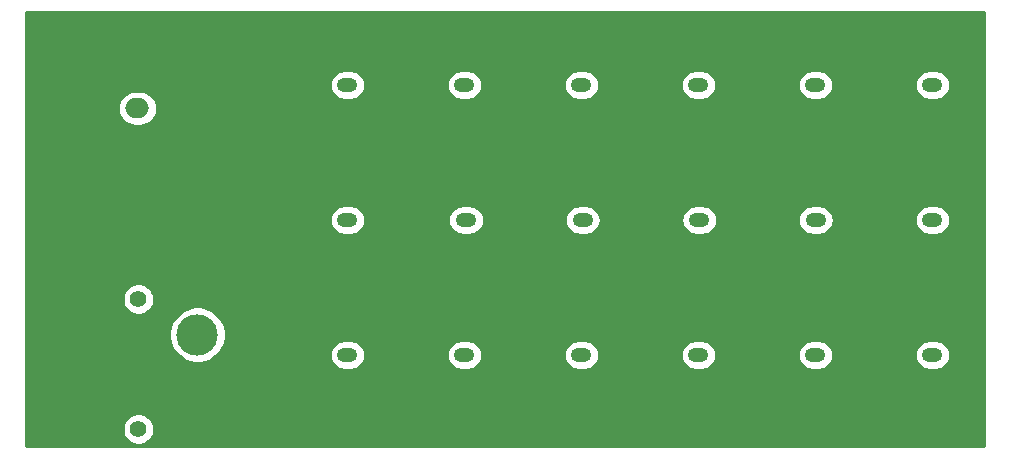
<source format=gbr>
%TF.GenerationSoftware,KiCad,Pcbnew,(5.1.9)-1*%
%TF.CreationDate,2021-10-16T11:47:39+01:00*%
%TF.ProjectId,1S-parallel-board,31532d70-6172-4616-9c6c-656c2d626f61,rev?*%
%TF.SameCoordinates,Original*%
%TF.FileFunction,Copper,L2,Bot*%
%TF.FilePolarity,Positive*%
%FSLAX46Y46*%
G04 Gerber Fmt 4.6, Leading zero omitted, Abs format (unit mm)*
G04 Created by KiCad (PCBNEW (5.1.9)-1) date 2021-10-16 11:47:39*
%MOMM*%
%LPD*%
G01*
G04 APERTURE LIST*
%TA.AperFunction,ComponentPad*%
%ADD10O,2.000000X1.700000*%
%TD*%
%TA.AperFunction,ComponentPad*%
%ADD11O,1.750000X1.200000*%
%TD*%
%TA.AperFunction,ComponentPad*%
%ADD12C,3.500000*%
%TD*%
%TA.AperFunction,ComponentPad*%
%ADD13R,3.500000X3.500000*%
%TD*%
%TA.AperFunction,ComponentPad*%
%ADD14C,1.400000*%
%TD*%
%TA.AperFunction,Conductor*%
%ADD15C,0.254000*%
%TD*%
%TA.AperFunction,Conductor*%
%ADD16C,0.100000*%
%TD*%
G04 APERTURE END LIST*
D10*
%TO.P,J20,2*%
%TO.N,VCC*%
X86360000Y-102830000D03*
%TO.P,J20,1*%
%TO.N,GND*%
%TA.AperFunction,ComponentPad*%
G36*
G01*
X85610000Y-99480000D02*
X87110000Y-99480000D01*
G75*
G02*
X87360000Y-99730000I0J-250000D01*
G01*
X87360000Y-100930000D01*
G75*
G02*
X87110000Y-101180000I-250000J0D01*
G01*
X85610000Y-101180000D01*
G75*
G02*
X85360000Y-100930000I0J250000D01*
G01*
X85360000Y-99730000D01*
G75*
G02*
X85610000Y-99480000I250000J0D01*
G01*
G37*
%TD.AperFunction*%
%TD*%
D11*
%TO.P,J18,2*%
%TO.N,VCC*%
X133858000Y-123730000D03*
%TO.P,J18,1*%
%TO.N,GND*%
%TA.AperFunction,ComponentPad*%
G36*
G01*
X134483001Y-126330000D02*
X133232999Y-126330000D01*
G75*
G02*
X132983000Y-126080001I0J249999D01*
G01*
X132983000Y-125379999D01*
G75*
G02*
X133232999Y-125130000I249999J0D01*
G01*
X134483001Y-125130000D01*
G75*
G02*
X134733000Y-125379999I0J-249999D01*
G01*
X134733000Y-126080001D01*
G75*
G02*
X134483001Y-126330000I-249999J0D01*
G01*
G37*
%TD.AperFunction*%
%TD*%
%TO.P,J17,2*%
%TO.N,VCC*%
X153670000Y-123730000D03*
%TO.P,J17,1*%
%TO.N,GND*%
%TA.AperFunction,ComponentPad*%
G36*
G01*
X154295001Y-126330000D02*
X153044999Y-126330000D01*
G75*
G02*
X152795000Y-126080001I0J249999D01*
G01*
X152795000Y-125379999D01*
G75*
G02*
X153044999Y-125130000I249999J0D01*
G01*
X154295001Y-125130000D01*
G75*
G02*
X154545000Y-125379999I0J-249999D01*
G01*
X154545000Y-126080001D01*
G75*
G02*
X154295001Y-126330000I-249999J0D01*
G01*
G37*
%TD.AperFunction*%
%TD*%
%TO.P,J16,2*%
%TO.N,VCC*%
X143764000Y-123730000D03*
%TO.P,J16,1*%
%TO.N,GND*%
%TA.AperFunction,ComponentPad*%
G36*
G01*
X144389001Y-126330000D02*
X143138999Y-126330000D01*
G75*
G02*
X142889000Y-126080001I0J249999D01*
G01*
X142889000Y-125379999D01*
G75*
G02*
X143138999Y-125130000I249999J0D01*
G01*
X144389001Y-125130000D01*
G75*
G02*
X144639000Y-125379999I0J-249999D01*
G01*
X144639000Y-126080001D01*
G75*
G02*
X144389001Y-126330000I-249999J0D01*
G01*
G37*
%TD.AperFunction*%
%TD*%
%TO.P,J15,2*%
%TO.N,VCC*%
X123952000Y-123730000D03*
%TO.P,J15,1*%
%TO.N,GND*%
%TA.AperFunction,ComponentPad*%
G36*
G01*
X124577001Y-126330000D02*
X123326999Y-126330000D01*
G75*
G02*
X123077000Y-126080001I0J249999D01*
G01*
X123077000Y-125379999D01*
G75*
G02*
X123326999Y-125130000I249999J0D01*
G01*
X124577001Y-125130000D01*
G75*
G02*
X124827000Y-125379999I0J-249999D01*
G01*
X124827000Y-126080001D01*
G75*
G02*
X124577001Y-126330000I-249999J0D01*
G01*
G37*
%TD.AperFunction*%
%TD*%
%TO.P,J14,2*%
%TO.N,VCC*%
X114046000Y-123730000D03*
%TO.P,J14,1*%
%TO.N,GND*%
%TA.AperFunction,ComponentPad*%
G36*
G01*
X114671001Y-126330000D02*
X113420999Y-126330000D01*
G75*
G02*
X113171000Y-126080001I0J249999D01*
G01*
X113171000Y-125379999D01*
G75*
G02*
X113420999Y-125130000I249999J0D01*
G01*
X114671001Y-125130000D01*
G75*
G02*
X114921000Y-125379999I0J-249999D01*
G01*
X114921000Y-126080001D01*
G75*
G02*
X114671001Y-126330000I-249999J0D01*
G01*
G37*
%TD.AperFunction*%
%TD*%
%TO.P,J13,2*%
%TO.N,VCC*%
X104140000Y-123730000D03*
%TO.P,J13,1*%
%TO.N,GND*%
%TA.AperFunction,ComponentPad*%
G36*
G01*
X104765001Y-126330000D02*
X103514999Y-126330000D01*
G75*
G02*
X103265000Y-126080001I0J249999D01*
G01*
X103265000Y-125379999D01*
G75*
G02*
X103514999Y-125130000I249999J0D01*
G01*
X104765001Y-125130000D01*
G75*
G02*
X105015000Y-125379999I0J-249999D01*
G01*
X105015000Y-126080001D01*
G75*
G02*
X104765001Y-126330000I-249999J0D01*
G01*
G37*
%TD.AperFunction*%
%TD*%
%TO.P,J12,2*%
%TO.N,VCC*%
X153670000Y-112300000D03*
%TO.P,J12,1*%
%TO.N,GND*%
%TA.AperFunction,ComponentPad*%
G36*
G01*
X154295001Y-114900000D02*
X153044999Y-114900000D01*
G75*
G02*
X152795000Y-114650001I0J249999D01*
G01*
X152795000Y-113949999D01*
G75*
G02*
X153044999Y-113700000I249999J0D01*
G01*
X154295001Y-113700000D01*
G75*
G02*
X154545000Y-113949999I0J-249999D01*
G01*
X154545000Y-114650001D01*
G75*
G02*
X154295001Y-114900000I-249999J0D01*
G01*
G37*
%TD.AperFunction*%
%TD*%
%TO.P,J11,2*%
%TO.N,VCC*%
X143798000Y-112300000D03*
%TO.P,J11,1*%
%TO.N,GND*%
%TA.AperFunction,ComponentPad*%
G36*
G01*
X144423001Y-114900000D02*
X143172999Y-114900000D01*
G75*
G02*
X142923000Y-114650001I0J249999D01*
G01*
X142923000Y-113949999D01*
G75*
G02*
X143172999Y-113700000I249999J0D01*
G01*
X144423001Y-113700000D01*
G75*
G02*
X144673000Y-113949999I0J-249999D01*
G01*
X144673000Y-114650001D01*
G75*
G02*
X144423001Y-114900000I-249999J0D01*
G01*
G37*
%TD.AperFunction*%
%TD*%
%TO.P,J10,2*%
%TO.N,VCC*%
X133926000Y-112300000D03*
%TO.P,J10,1*%
%TO.N,GND*%
%TA.AperFunction,ComponentPad*%
G36*
G01*
X134551001Y-114900000D02*
X133300999Y-114900000D01*
G75*
G02*
X133051000Y-114650001I0J249999D01*
G01*
X133051000Y-113949999D01*
G75*
G02*
X133300999Y-113700000I249999J0D01*
G01*
X134551001Y-113700000D01*
G75*
G02*
X134801000Y-113949999I0J-249999D01*
G01*
X134801000Y-114650001D01*
G75*
G02*
X134551001Y-114900000I-249999J0D01*
G01*
G37*
%TD.AperFunction*%
%TD*%
%TO.P,J9,2*%
%TO.N,VCC*%
X124054000Y-112300000D03*
%TO.P,J9,1*%
%TO.N,GND*%
%TA.AperFunction,ComponentPad*%
G36*
G01*
X124679001Y-114900000D02*
X123428999Y-114900000D01*
G75*
G02*
X123179000Y-114650001I0J249999D01*
G01*
X123179000Y-113949999D01*
G75*
G02*
X123428999Y-113700000I249999J0D01*
G01*
X124679001Y-113700000D01*
G75*
G02*
X124929000Y-113949999I0J-249999D01*
G01*
X124929000Y-114650001D01*
G75*
G02*
X124679001Y-114900000I-249999J0D01*
G01*
G37*
%TD.AperFunction*%
%TD*%
%TO.P,J8,2*%
%TO.N,VCC*%
X114182000Y-112300000D03*
%TO.P,J8,1*%
%TO.N,GND*%
%TA.AperFunction,ComponentPad*%
G36*
G01*
X114807001Y-114900000D02*
X113556999Y-114900000D01*
G75*
G02*
X113307000Y-114650001I0J249999D01*
G01*
X113307000Y-113949999D01*
G75*
G02*
X113556999Y-113700000I249999J0D01*
G01*
X114807001Y-113700000D01*
G75*
G02*
X115057000Y-113949999I0J-249999D01*
G01*
X115057000Y-114650001D01*
G75*
G02*
X114807001Y-114900000I-249999J0D01*
G01*
G37*
%TD.AperFunction*%
%TD*%
%TO.P,J7,2*%
%TO.N,VCC*%
X104140000Y-112300000D03*
%TO.P,J7,1*%
%TO.N,GND*%
%TA.AperFunction,ComponentPad*%
G36*
G01*
X104765001Y-114900000D02*
X103514999Y-114900000D01*
G75*
G02*
X103265000Y-114650001I0J249999D01*
G01*
X103265000Y-113949999D01*
G75*
G02*
X103514999Y-113700000I249999J0D01*
G01*
X104765001Y-113700000D01*
G75*
G02*
X105015000Y-113949999I0J-249999D01*
G01*
X105015000Y-114650001D01*
G75*
G02*
X104765001Y-114900000I-249999J0D01*
G01*
G37*
%TD.AperFunction*%
%TD*%
%TO.P,J6,2*%
%TO.N,VCC*%
X153670000Y-100870000D03*
%TO.P,J6,1*%
%TO.N,GND*%
%TA.AperFunction,ComponentPad*%
G36*
G01*
X154295001Y-103470000D02*
X153044999Y-103470000D01*
G75*
G02*
X152795000Y-103220001I0J249999D01*
G01*
X152795000Y-102519999D01*
G75*
G02*
X153044999Y-102270000I249999J0D01*
G01*
X154295001Y-102270000D01*
G75*
G02*
X154545000Y-102519999I0J-249999D01*
G01*
X154545000Y-103220001D01*
G75*
G02*
X154295001Y-103470000I-249999J0D01*
G01*
G37*
%TD.AperFunction*%
%TD*%
%TO.P,J5,2*%
%TO.N,VCC*%
X143764000Y-100870000D03*
%TO.P,J5,1*%
%TO.N,GND*%
%TA.AperFunction,ComponentPad*%
G36*
G01*
X144389001Y-103470000D02*
X143138999Y-103470000D01*
G75*
G02*
X142889000Y-103220001I0J249999D01*
G01*
X142889000Y-102519999D01*
G75*
G02*
X143138999Y-102270000I249999J0D01*
G01*
X144389001Y-102270000D01*
G75*
G02*
X144639000Y-102519999I0J-249999D01*
G01*
X144639000Y-103220001D01*
G75*
G02*
X144389001Y-103470000I-249999J0D01*
G01*
G37*
%TD.AperFunction*%
%TD*%
%TO.P,J4,2*%
%TO.N,VCC*%
X133858000Y-100870000D03*
%TO.P,J4,1*%
%TO.N,GND*%
%TA.AperFunction,ComponentPad*%
G36*
G01*
X134483001Y-103470000D02*
X133232999Y-103470000D01*
G75*
G02*
X132983000Y-103220001I0J249999D01*
G01*
X132983000Y-102519999D01*
G75*
G02*
X133232999Y-102270000I249999J0D01*
G01*
X134483001Y-102270000D01*
G75*
G02*
X134733000Y-102519999I0J-249999D01*
G01*
X134733000Y-103220001D01*
G75*
G02*
X134483001Y-103470000I-249999J0D01*
G01*
G37*
%TD.AperFunction*%
%TD*%
%TO.P,J3,2*%
%TO.N,VCC*%
X123952000Y-100870000D03*
%TO.P,J3,1*%
%TO.N,GND*%
%TA.AperFunction,ComponentPad*%
G36*
G01*
X124577001Y-103470000D02*
X123326999Y-103470000D01*
G75*
G02*
X123077000Y-103220001I0J249999D01*
G01*
X123077000Y-102519999D01*
G75*
G02*
X123326999Y-102270000I249999J0D01*
G01*
X124577001Y-102270000D01*
G75*
G02*
X124827000Y-102519999I0J-249999D01*
G01*
X124827000Y-103220001D01*
G75*
G02*
X124577001Y-103470000I-249999J0D01*
G01*
G37*
%TD.AperFunction*%
%TD*%
%TO.P,J2,2*%
%TO.N,VCC*%
X114046000Y-100870000D03*
%TO.P,J2,1*%
%TO.N,GND*%
%TA.AperFunction,ComponentPad*%
G36*
G01*
X114671001Y-103470000D02*
X113420999Y-103470000D01*
G75*
G02*
X113171000Y-103220001I0J249999D01*
G01*
X113171000Y-102519999D01*
G75*
G02*
X113420999Y-102270000I249999J0D01*
G01*
X114671001Y-102270000D01*
G75*
G02*
X114921000Y-102519999I0J-249999D01*
G01*
X114921000Y-103220001D01*
G75*
G02*
X114671001Y-103470000I-249999J0D01*
G01*
G37*
%TD.AperFunction*%
%TD*%
%TO.P,J1,2*%
%TO.N,VCC*%
X104140000Y-100870000D03*
%TO.P,J1,1*%
%TO.N,GND*%
%TA.AperFunction,ComponentPad*%
G36*
G01*
X104765001Y-103470000D02*
X103514999Y-103470000D01*
G75*
G02*
X103265000Y-103220001I0J249999D01*
G01*
X103265000Y-102519999D01*
G75*
G02*
X103514999Y-102270000I249999J0D01*
G01*
X104765001Y-102270000D01*
G75*
G02*
X105015000Y-102519999I0J-249999D01*
G01*
X105015000Y-103220001D01*
G75*
G02*
X104765001Y-103470000I-249999J0D01*
G01*
G37*
%TD.AperFunction*%
%TD*%
D12*
%TO.P,J19,2*%
%TO.N,VCC*%
X91440000Y-122000000D03*
D13*
%TO.P,J19,1*%
%TO.N,GND*%
X91440000Y-127000000D03*
D14*
%TO.P,J19,*%
%TO.N,*%
X86440000Y-119000000D03*
X86440000Y-130000000D03*
%TD*%
D15*
%TO.N,GND*%
X158065001Y-131395000D02*
X76885000Y-131395000D01*
X76885000Y-129868514D01*
X85105000Y-129868514D01*
X85105000Y-130131486D01*
X85156304Y-130389405D01*
X85256939Y-130632359D01*
X85403038Y-130851013D01*
X85588987Y-131036962D01*
X85807641Y-131183061D01*
X86050595Y-131283696D01*
X86308514Y-131335000D01*
X86571486Y-131335000D01*
X86829405Y-131283696D01*
X87072359Y-131183061D01*
X87291013Y-131036962D01*
X87476962Y-130851013D01*
X87623061Y-130632359D01*
X87723696Y-130389405D01*
X87775000Y-130131486D01*
X87775000Y-129868514D01*
X87723696Y-129610595D01*
X87623061Y-129367641D01*
X87476962Y-129148987D01*
X87291013Y-128963038D01*
X87072359Y-128816939D01*
X86829405Y-128716304D01*
X86571486Y-128665000D01*
X86308514Y-128665000D01*
X86050595Y-128716304D01*
X85807641Y-128816939D01*
X85588987Y-128963038D01*
X85403038Y-129148987D01*
X85256939Y-129367641D01*
X85156304Y-129610595D01*
X85105000Y-129868514D01*
X76885000Y-129868514D01*
X76885000Y-121765098D01*
X89055000Y-121765098D01*
X89055000Y-122234902D01*
X89146654Y-122695679D01*
X89326440Y-123129721D01*
X89587450Y-123520349D01*
X89919651Y-123852550D01*
X90310279Y-124113560D01*
X90744321Y-124293346D01*
X91205098Y-124385000D01*
X91674902Y-124385000D01*
X92135679Y-124293346D01*
X92569721Y-124113560D01*
X92960349Y-123852550D01*
X93082899Y-123730000D01*
X102624025Y-123730000D01*
X102647870Y-123972102D01*
X102718489Y-124204901D01*
X102833167Y-124419449D01*
X102987498Y-124607502D01*
X103175551Y-124761833D01*
X103390099Y-124876511D01*
X103622898Y-124947130D01*
X103804335Y-124965000D01*
X104475665Y-124965000D01*
X104657102Y-124947130D01*
X104889901Y-124876511D01*
X105104449Y-124761833D01*
X105292502Y-124607502D01*
X105446833Y-124419449D01*
X105561511Y-124204901D01*
X105632130Y-123972102D01*
X105655975Y-123730000D01*
X112530025Y-123730000D01*
X112553870Y-123972102D01*
X112624489Y-124204901D01*
X112739167Y-124419449D01*
X112893498Y-124607502D01*
X113081551Y-124761833D01*
X113296099Y-124876511D01*
X113528898Y-124947130D01*
X113710335Y-124965000D01*
X114381665Y-124965000D01*
X114563102Y-124947130D01*
X114795901Y-124876511D01*
X115010449Y-124761833D01*
X115198502Y-124607502D01*
X115352833Y-124419449D01*
X115467511Y-124204901D01*
X115538130Y-123972102D01*
X115561975Y-123730000D01*
X122436025Y-123730000D01*
X122459870Y-123972102D01*
X122530489Y-124204901D01*
X122645167Y-124419449D01*
X122799498Y-124607502D01*
X122987551Y-124761833D01*
X123202099Y-124876511D01*
X123434898Y-124947130D01*
X123616335Y-124965000D01*
X124287665Y-124965000D01*
X124469102Y-124947130D01*
X124701901Y-124876511D01*
X124916449Y-124761833D01*
X125104502Y-124607502D01*
X125258833Y-124419449D01*
X125373511Y-124204901D01*
X125444130Y-123972102D01*
X125467975Y-123730000D01*
X132342025Y-123730000D01*
X132365870Y-123972102D01*
X132436489Y-124204901D01*
X132551167Y-124419449D01*
X132705498Y-124607502D01*
X132893551Y-124761833D01*
X133108099Y-124876511D01*
X133340898Y-124947130D01*
X133522335Y-124965000D01*
X134193665Y-124965000D01*
X134375102Y-124947130D01*
X134607901Y-124876511D01*
X134822449Y-124761833D01*
X135010502Y-124607502D01*
X135164833Y-124419449D01*
X135279511Y-124204901D01*
X135350130Y-123972102D01*
X135373975Y-123730000D01*
X142248025Y-123730000D01*
X142271870Y-123972102D01*
X142342489Y-124204901D01*
X142457167Y-124419449D01*
X142611498Y-124607502D01*
X142799551Y-124761833D01*
X143014099Y-124876511D01*
X143246898Y-124947130D01*
X143428335Y-124965000D01*
X144099665Y-124965000D01*
X144281102Y-124947130D01*
X144513901Y-124876511D01*
X144728449Y-124761833D01*
X144916502Y-124607502D01*
X145070833Y-124419449D01*
X145185511Y-124204901D01*
X145256130Y-123972102D01*
X145279975Y-123730000D01*
X152154025Y-123730000D01*
X152177870Y-123972102D01*
X152248489Y-124204901D01*
X152363167Y-124419449D01*
X152517498Y-124607502D01*
X152705551Y-124761833D01*
X152920099Y-124876511D01*
X153152898Y-124947130D01*
X153334335Y-124965000D01*
X154005665Y-124965000D01*
X154187102Y-124947130D01*
X154419901Y-124876511D01*
X154634449Y-124761833D01*
X154822502Y-124607502D01*
X154976833Y-124419449D01*
X155091511Y-124204901D01*
X155162130Y-123972102D01*
X155185975Y-123730000D01*
X155162130Y-123487898D01*
X155091511Y-123255099D01*
X154976833Y-123040551D01*
X154822502Y-122852498D01*
X154634449Y-122698167D01*
X154419901Y-122583489D01*
X154187102Y-122512870D01*
X154005665Y-122495000D01*
X153334335Y-122495000D01*
X153152898Y-122512870D01*
X152920099Y-122583489D01*
X152705551Y-122698167D01*
X152517498Y-122852498D01*
X152363167Y-123040551D01*
X152248489Y-123255099D01*
X152177870Y-123487898D01*
X152154025Y-123730000D01*
X145279975Y-123730000D01*
X145256130Y-123487898D01*
X145185511Y-123255099D01*
X145070833Y-123040551D01*
X144916502Y-122852498D01*
X144728449Y-122698167D01*
X144513901Y-122583489D01*
X144281102Y-122512870D01*
X144099665Y-122495000D01*
X143428335Y-122495000D01*
X143246898Y-122512870D01*
X143014099Y-122583489D01*
X142799551Y-122698167D01*
X142611498Y-122852498D01*
X142457167Y-123040551D01*
X142342489Y-123255099D01*
X142271870Y-123487898D01*
X142248025Y-123730000D01*
X135373975Y-123730000D01*
X135350130Y-123487898D01*
X135279511Y-123255099D01*
X135164833Y-123040551D01*
X135010502Y-122852498D01*
X134822449Y-122698167D01*
X134607901Y-122583489D01*
X134375102Y-122512870D01*
X134193665Y-122495000D01*
X133522335Y-122495000D01*
X133340898Y-122512870D01*
X133108099Y-122583489D01*
X132893551Y-122698167D01*
X132705498Y-122852498D01*
X132551167Y-123040551D01*
X132436489Y-123255099D01*
X132365870Y-123487898D01*
X132342025Y-123730000D01*
X125467975Y-123730000D01*
X125444130Y-123487898D01*
X125373511Y-123255099D01*
X125258833Y-123040551D01*
X125104502Y-122852498D01*
X124916449Y-122698167D01*
X124701901Y-122583489D01*
X124469102Y-122512870D01*
X124287665Y-122495000D01*
X123616335Y-122495000D01*
X123434898Y-122512870D01*
X123202099Y-122583489D01*
X122987551Y-122698167D01*
X122799498Y-122852498D01*
X122645167Y-123040551D01*
X122530489Y-123255099D01*
X122459870Y-123487898D01*
X122436025Y-123730000D01*
X115561975Y-123730000D01*
X115538130Y-123487898D01*
X115467511Y-123255099D01*
X115352833Y-123040551D01*
X115198502Y-122852498D01*
X115010449Y-122698167D01*
X114795901Y-122583489D01*
X114563102Y-122512870D01*
X114381665Y-122495000D01*
X113710335Y-122495000D01*
X113528898Y-122512870D01*
X113296099Y-122583489D01*
X113081551Y-122698167D01*
X112893498Y-122852498D01*
X112739167Y-123040551D01*
X112624489Y-123255099D01*
X112553870Y-123487898D01*
X112530025Y-123730000D01*
X105655975Y-123730000D01*
X105632130Y-123487898D01*
X105561511Y-123255099D01*
X105446833Y-123040551D01*
X105292502Y-122852498D01*
X105104449Y-122698167D01*
X104889901Y-122583489D01*
X104657102Y-122512870D01*
X104475665Y-122495000D01*
X103804335Y-122495000D01*
X103622898Y-122512870D01*
X103390099Y-122583489D01*
X103175551Y-122698167D01*
X102987498Y-122852498D01*
X102833167Y-123040551D01*
X102718489Y-123255099D01*
X102647870Y-123487898D01*
X102624025Y-123730000D01*
X93082899Y-123730000D01*
X93292550Y-123520349D01*
X93553560Y-123129721D01*
X93733346Y-122695679D01*
X93825000Y-122234902D01*
X93825000Y-121765098D01*
X93733346Y-121304321D01*
X93553560Y-120870279D01*
X93292550Y-120479651D01*
X92960349Y-120147450D01*
X92569721Y-119886440D01*
X92135679Y-119706654D01*
X91674902Y-119615000D01*
X91205098Y-119615000D01*
X90744321Y-119706654D01*
X90310279Y-119886440D01*
X89919651Y-120147450D01*
X89587450Y-120479651D01*
X89326440Y-120870279D01*
X89146654Y-121304321D01*
X89055000Y-121765098D01*
X76885000Y-121765098D01*
X76885000Y-118868514D01*
X85105000Y-118868514D01*
X85105000Y-119131486D01*
X85156304Y-119389405D01*
X85256939Y-119632359D01*
X85403038Y-119851013D01*
X85588987Y-120036962D01*
X85807641Y-120183061D01*
X86050595Y-120283696D01*
X86308514Y-120335000D01*
X86571486Y-120335000D01*
X86829405Y-120283696D01*
X87072359Y-120183061D01*
X87291013Y-120036962D01*
X87476962Y-119851013D01*
X87623061Y-119632359D01*
X87723696Y-119389405D01*
X87775000Y-119131486D01*
X87775000Y-118868514D01*
X87723696Y-118610595D01*
X87623061Y-118367641D01*
X87476962Y-118148987D01*
X87291013Y-117963038D01*
X87072359Y-117816939D01*
X86829405Y-117716304D01*
X86571486Y-117665000D01*
X86308514Y-117665000D01*
X86050595Y-117716304D01*
X85807641Y-117816939D01*
X85588987Y-117963038D01*
X85403038Y-118148987D01*
X85256939Y-118367641D01*
X85156304Y-118610595D01*
X85105000Y-118868514D01*
X76885000Y-118868514D01*
X76885000Y-112300000D01*
X102624025Y-112300000D01*
X102647870Y-112542102D01*
X102718489Y-112774901D01*
X102833167Y-112989449D01*
X102987498Y-113177502D01*
X103175551Y-113331833D01*
X103390099Y-113446511D01*
X103622898Y-113517130D01*
X103804335Y-113535000D01*
X104475665Y-113535000D01*
X104657102Y-113517130D01*
X104889901Y-113446511D01*
X105104449Y-113331833D01*
X105292502Y-113177502D01*
X105446833Y-112989449D01*
X105561511Y-112774901D01*
X105632130Y-112542102D01*
X105655975Y-112300000D01*
X112666025Y-112300000D01*
X112689870Y-112542102D01*
X112760489Y-112774901D01*
X112875167Y-112989449D01*
X113029498Y-113177502D01*
X113217551Y-113331833D01*
X113432099Y-113446511D01*
X113664898Y-113517130D01*
X113846335Y-113535000D01*
X114517665Y-113535000D01*
X114699102Y-113517130D01*
X114931901Y-113446511D01*
X115146449Y-113331833D01*
X115334502Y-113177502D01*
X115488833Y-112989449D01*
X115603511Y-112774901D01*
X115674130Y-112542102D01*
X115697975Y-112300000D01*
X122538025Y-112300000D01*
X122561870Y-112542102D01*
X122632489Y-112774901D01*
X122747167Y-112989449D01*
X122901498Y-113177502D01*
X123089551Y-113331833D01*
X123304099Y-113446511D01*
X123536898Y-113517130D01*
X123718335Y-113535000D01*
X124389665Y-113535000D01*
X124571102Y-113517130D01*
X124803901Y-113446511D01*
X125018449Y-113331833D01*
X125206502Y-113177502D01*
X125360833Y-112989449D01*
X125475511Y-112774901D01*
X125546130Y-112542102D01*
X125569975Y-112300000D01*
X132410025Y-112300000D01*
X132433870Y-112542102D01*
X132504489Y-112774901D01*
X132619167Y-112989449D01*
X132773498Y-113177502D01*
X132961551Y-113331833D01*
X133176099Y-113446511D01*
X133408898Y-113517130D01*
X133590335Y-113535000D01*
X134261665Y-113535000D01*
X134443102Y-113517130D01*
X134675901Y-113446511D01*
X134890449Y-113331833D01*
X135078502Y-113177502D01*
X135232833Y-112989449D01*
X135347511Y-112774901D01*
X135418130Y-112542102D01*
X135441975Y-112300000D01*
X142282025Y-112300000D01*
X142305870Y-112542102D01*
X142376489Y-112774901D01*
X142491167Y-112989449D01*
X142645498Y-113177502D01*
X142833551Y-113331833D01*
X143048099Y-113446511D01*
X143280898Y-113517130D01*
X143462335Y-113535000D01*
X144133665Y-113535000D01*
X144315102Y-113517130D01*
X144547901Y-113446511D01*
X144762449Y-113331833D01*
X144950502Y-113177502D01*
X145104833Y-112989449D01*
X145219511Y-112774901D01*
X145290130Y-112542102D01*
X145313975Y-112300000D01*
X152154025Y-112300000D01*
X152177870Y-112542102D01*
X152248489Y-112774901D01*
X152363167Y-112989449D01*
X152517498Y-113177502D01*
X152705551Y-113331833D01*
X152920099Y-113446511D01*
X153152898Y-113517130D01*
X153334335Y-113535000D01*
X154005665Y-113535000D01*
X154187102Y-113517130D01*
X154419901Y-113446511D01*
X154634449Y-113331833D01*
X154822502Y-113177502D01*
X154976833Y-112989449D01*
X155091511Y-112774901D01*
X155162130Y-112542102D01*
X155185975Y-112300000D01*
X155162130Y-112057898D01*
X155091511Y-111825099D01*
X154976833Y-111610551D01*
X154822502Y-111422498D01*
X154634449Y-111268167D01*
X154419901Y-111153489D01*
X154187102Y-111082870D01*
X154005665Y-111065000D01*
X153334335Y-111065000D01*
X153152898Y-111082870D01*
X152920099Y-111153489D01*
X152705551Y-111268167D01*
X152517498Y-111422498D01*
X152363167Y-111610551D01*
X152248489Y-111825099D01*
X152177870Y-112057898D01*
X152154025Y-112300000D01*
X145313975Y-112300000D01*
X145290130Y-112057898D01*
X145219511Y-111825099D01*
X145104833Y-111610551D01*
X144950502Y-111422498D01*
X144762449Y-111268167D01*
X144547901Y-111153489D01*
X144315102Y-111082870D01*
X144133665Y-111065000D01*
X143462335Y-111065000D01*
X143280898Y-111082870D01*
X143048099Y-111153489D01*
X142833551Y-111268167D01*
X142645498Y-111422498D01*
X142491167Y-111610551D01*
X142376489Y-111825099D01*
X142305870Y-112057898D01*
X142282025Y-112300000D01*
X135441975Y-112300000D01*
X135418130Y-112057898D01*
X135347511Y-111825099D01*
X135232833Y-111610551D01*
X135078502Y-111422498D01*
X134890449Y-111268167D01*
X134675901Y-111153489D01*
X134443102Y-111082870D01*
X134261665Y-111065000D01*
X133590335Y-111065000D01*
X133408898Y-111082870D01*
X133176099Y-111153489D01*
X132961551Y-111268167D01*
X132773498Y-111422498D01*
X132619167Y-111610551D01*
X132504489Y-111825099D01*
X132433870Y-112057898D01*
X132410025Y-112300000D01*
X125569975Y-112300000D01*
X125546130Y-112057898D01*
X125475511Y-111825099D01*
X125360833Y-111610551D01*
X125206502Y-111422498D01*
X125018449Y-111268167D01*
X124803901Y-111153489D01*
X124571102Y-111082870D01*
X124389665Y-111065000D01*
X123718335Y-111065000D01*
X123536898Y-111082870D01*
X123304099Y-111153489D01*
X123089551Y-111268167D01*
X122901498Y-111422498D01*
X122747167Y-111610551D01*
X122632489Y-111825099D01*
X122561870Y-112057898D01*
X122538025Y-112300000D01*
X115697975Y-112300000D01*
X115674130Y-112057898D01*
X115603511Y-111825099D01*
X115488833Y-111610551D01*
X115334502Y-111422498D01*
X115146449Y-111268167D01*
X114931901Y-111153489D01*
X114699102Y-111082870D01*
X114517665Y-111065000D01*
X113846335Y-111065000D01*
X113664898Y-111082870D01*
X113432099Y-111153489D01*
X113217551Y-111268167D01*
X113029498Y-111422498D01*
X112875167Y-111610551D01*
X112760489Y-111825099D01*
X112689870Y-112057898D01*
X112666025Y-112300000D01*
X105655975Y-112300000D01*
X105632130Y-112057898D01*
X105561511Y-111825099D01*
X105446833Y-111610551D01*
X105292502Y-111422498D01*
X105104449Y-111268167D01*
X104889901Y-111153489D01*
X104657102Y-111082870D01*
X104475665Y-111065000D01*
X103804335Y-111065000D01*
X103622898Y-111082870D01*
X103390099Y-111153489D01*
X103175551Y-111268167D01*
X102987498Y-111422498D01*
X102833167Y-111610551D01*
X102718489Y-111825099D01*
X102647870Y-112057898D01*
X102624025Y-112300000D01*
X76885000Y-112300000D01*
X76885000Y-102830000D01*
X84717815Y-102830000D01*
X84746487Y-103121111D01*
X84831401Y-103401034D01*
X84969294Y-103659014D01*
X85154866Y-103885134D01*
X85380986Y-104070706D01*
X85638966Y-104208599D01*
X85918889Y-104293513D01*
X86137050Y-104315000D01*
X86582950Y-104315000D01*
X86801111Y-104293513D01*
X87081034Y-104208599D01*
X87339014Y-104070706D01*
X87565134Y-103885134D01*
X87750706Y-103659014D01*
X87888599Y-103401034D01*
X87973513Y-103121111D01*
X88002185Y-102830000D01*
X87973513Y-102538889D01*
X87888599Y-102258966D01*
X87750706Y-102000986D01*
X87565134Y-101774866D01*
X87339014Y-101589294D01*
X87081034Y-101451401D01*
X86801111Y-101366487D01*
X86582950Y-101345000D01*
X86137050Y-101345000D01*
X85918889Y-101366487D01*
X85638966Y-101451401D01*
X85380986Y-101589294D01*
X85154866Y-101774866D01*
X84969294Y-102000986D01*
X84831401Y-102258966D01*
X84746487Y-102538889D01*
X84717815Y-102830000D01*
X76885000Y-102830000D01*
X76885000Y-100870000D01*
X102624025Y-100870000D01*
X102647870Y-101112102D01*
X102718489Y-101344901D01*
X102833167Y-101559449D01*
X102987498Y-101747502D01*
X103175551Y-101901833D01*
X103390099Y-102016511D01*
X103622898Y-102087130D01*
X103804335Y-102105000D01*
X104475665Y-102105000D01*
X104657102Y-102087130D01*
X104889901Y-102016511D01*
X105104449Y-101901833D01*
X105292502Y-101747502D01*
X105446833Y-101559449D01*
X105561511Y-101344901D01*
X105632130Y-101112102D01*
X105655975Y-100870000D01*
X112530025Y-100870000D01*
X112553870Y-101112102D01*
X112624489Y-101344901D01*
X112739167Y-101559449D01*
X112893498Y-101747502D01*
X113081551Y-101901833D01*
X113296099Y-102016511D01*
X113528898Y-102087130D01*
X113710335Y-102105000D01*
X114381665Y-102105000D01*
X114563102Y-102087130D01*
X114795901Y-102016511D01*
X115010449Y-101901833D01*
X115198502Y-101747502D01*
X115352833Y-101559449D01*
X115467511Y-101344901D01*
X115538130Y-101112102D01*
X115561975Y-100870000D01*
X122436025Y-100870000D01*
X122459870Y-101112102D01*
X122530489Y-101344901D01*
X122645167Y-101559449D01*
X122799498Y-101747502D01*
X122987551Y-101901833D01*
X123202099Y-102016511D01*
X123434898Y-102087130D01*
X123616335Y-102105000D01*
X124287665Y-102105000D01*
X124469102Y-102087130D01*
X124701901Y-102016511D01*
X124916449Y-101901833D01*
X125104502Y-101747502D01*
X125258833Y-101559449D01*
X125373511Y-101344901D01*
X125444130Y-101112102D01*
X125467975Y-100870000D01*
X132342025Y-100870000D01*
X132365870Y-101112102D01*
X132436489Y-101344901D01*
X132551167Y-101559449D01*
X132705498Y-101747502D01*
X132893551Y-101901833D01*
X133108099Y-102016511D01*
X133340898Y-102087130D01*
X133522335Y-102105000D01*
X134193665Y-102105000D01*
X134375102Y-102087130D01*
X134607901Y-102016511D01*
X134822449Y-101901833D01*
X135010502Y-101747502D01*
X135164833Y-101559449D01*
X135279511Y-101344901D01*
X135350130Y-101112102D01*
X135373975Y-100870000D01*
X142248025Y-100870000D01*
X142271870Y-101112102D01*
X142342489Y-101344901D01*
X142457167Y-101559449D01*
X142611498Y-101747502D01*
X142799551Y-101901833D01*
X143014099Y-102016511D01*
X143246898Y-102087130D01*
X143428335Y-102105000D01*
X144099665Y-102105000D01*
X144281102Y-102087130D01*
X144513901Y-102016511D01*
X144728449Y-101901833D01*
X144916502Y-101747502D01*
X145070833Y-101559449D01*
X145185511Y-101344901D01*
X145256130Y-101112102D01*
X145279975Y-100870000D01*
X152154025Y-100870000D01*
X152177870Y-101112102D01*
X152248489Y-101344901D01*
X152363167Y-101559449D01*
X152517498Y-101747502D01*
X152705551Y-101901833D01*
X152920099Y-102016511D01*
X153152898Y-102087130D01*
X153334335Y-102105000D01*
X154005665Y-102105000D01*
X154187102Y-102087130D01*
X154419901Y-102016511D01*
X154634449Y-101901833D01*
X154822502Y-101747502D01*
X154976833Y-101559449D01*
X155091511Y-101344901D01*
X155162130Y-101112102D01*
X155185975Y-100870000D01*
X155162130Y-100627898D01*
X155091511Y-100395099D01*
X154976833Y-100180551D01*
X154822502Y-99992498D01*
X154634449Y-99838167D01*
X154419901Y-99723489D01*
X154187102Y-99652870D01*
X154005665Y-99635000D01*
X153334335Y-99635000D01*
X153152898Y-99652870D01*
X152920099Y-99723489D01*
X152705551Y-99838167D01*
X152517498Y-99992498D01*
X152363167Y-100180551D01*
X152248489Y-100395099D01*
X152177870Y-100627898D01*
X152154025Y-100870000D01*
X145279975Y-100870000D01*
X145256130Y-100627898D01*
X145185511Y-100395099D01*
X145070833Y-100180551D01*
X144916502Y-99992498D01*
X144728449Y-99838167D01*
X144513901Y-99723489D01*
X144281102Y-99652870D01*
X144099665Y-99635000D01*
X143428335Y-99635000D01*
X143246898Y-99652870D01*
X143014099Y-99723489D01*
X142799551Y-99838167D01*
X142611498Y-99992498D01*
X142457167Y-100180551D01*
X142342489Y-100395099D01*
X142271870Y-100627898D01*
X142248025Y-100870000D01*
X135373975Y-100870000D01*
X135350130Y-100627898D01*
X135279511Y-100395099D01*
X135164833Y-100180551D01*
X135010502Y-99992498D01*
X134822449Y-99838167D01*
X134607901Y-99723489D01*
X134375102Y-99652870D01*
X134193665Y-99635000D01*
X133522335Y-99635000D01*
X133340898Y-99652870D01*
X133108099Y-99723489D01*
X132893551Y-99838167D01*
X132705498Y-99992498D01*
X132551167Y-100180551D01*
X132436489Y-100395099D01*
X132365870Y-100627898D01*
X132342025Y-100870000D01*
X125467975Y-100870000D01*
X125444130Y-100627898D01*
X125373511Y-100395099D01*
X125258833Y-100180551D01*
X125104502Y-99992498D01*
X124916449Y-99838167D01*
X124701901Y-99723489D01*
X124469102Y-99652870D01*
X124287665Y-99635000D01*
X123616335Y-99635000D01*
X123434898Y-99652870D01*
X123202099Y-99723489D01*
X122987551Y-99838167D01*
X122799498Y-99992498D01*
X122645167Y-100180551D01*
X122530489Y-100395099D01*
X122459870Y-100627898D01*
X122436025Y-100870000D01*
X115561975Y-100870000D01*
X115538130Y-100627898D01*
X115467511Y-100395099D01*
X115352833Y-100180551D01*
X115198502Y-99992498D01*
X115010449Y-99838167D01*
X114795901Y-99723489D01*
X114563102Y-99652870D01*
X114381665Y-99635000D01*
X113710335Y-99635000D01*
X113528898Y-99652870D01*
X113296099Y-99723489D01*
X113081551Y-99838167D01*
X112893498Y-99992498D01*
X112739167Y-100180551D01*
X112624489Y-100395099D01*
X112553870Y-100627898D01*
X112530025Y-100870000D01*
X105655975Y-100870000D01*
X105632130Y-100627898D01*
X105561511Y-100395099D01*
X105446833Y-100180551D01*
X105292502Y-99992498D01*
X105104449Y-99838167D01*
X104889901Y-99723489D01*
X104657102Y-99652870D01*
X104475665Y-99635000D01*
X103804335Y-99635000D01*
X103622898Y-99652870D01*
X103390099Y-99723489D01*
X103175551Y-99838167D01*
X102987498Y-99992498D01*
X102833167Y-100180551D01*
X102718489Y-100395099D01*
X102647870Y-100627898D01*
X102624025Y-100870000D01*
X76885000Y-100870000D01*
X76885000Y-94665000D01*
X158065000Y-94665000D01*
X158065001Y-131395000D01*
%TA.AperFunction,Conductor*%
D16*
G36*
X158065001Y-131395000D02*
G01*
X76885000Y-131395000D01*
X76885000Y-129868514D01*
X85105000Y-129868514D01*
X85105000Y-130131486D01*
X85156304Y-130389405D01*
X85256939Y-130632359D01*
X85403038Y-130851013D01*
X85588987Y-131036962D01*
X85807641Y-131183061D01*
X86050595Y-131283696D01*
X86308514Y-131335000D01*
X86571486Y-131335000D01*
X86829405Y-131283696D01*
X87072359Y-131183061D01*
X87291013Y-131036962D01*
X87476962Y-130851013D01*
X87623061Y-130632359D01*
X87723696Y-130389405D01*
X87775000Y-130131486D01*
X87775000Y-129868514D01*
X87723696Y-129610595D01*
X87623061Y-129367641D01*
X87476962Y-129148987D01*
X87291013Y-128963038D01*
X87072359Y-128816939D01*
X86829405Y-128716304D01*
X86571486Y-128665000D01*
X86308514Y-128665000D01*
X86050595Y-128716304D01*
X85807641Y-128816939D01*
X85588987Y-128963038D01*
X85403038Y-129148987D01*
X85256939Y-129367641D01*
X85156304Y-129610595D01*
X85105000Y-129868514D01*
X76885000Y-129868514D01*
X76885000Y-121765098D01*
X89055000Y-121765098D01*
X89055000Y-122234902D01*
X89146654Y-122695679D01*
X89326440Y-123129721D01*
X89587450Y-123520349D01*
X89919651Y-123852550D01*
X90310279Y-124113560D01*
X90744321Y-124293346D01*
X91205098Y-124385000D01*
X91674902Y-124385000D01*
X92135679Y-124293346D01*
X92569721Y-124113560D01*
X92960349Y-123852550D01*
X93082899Y-123730000D01*
X102624025Y-123730000D01*
X102647870Y-123972102D01*
X102718489Y-124204901D01*
X102833167Y-124419449D01*
X102987498Y-124607502D01*
X103175551Y-124761833D01*
X103390099Y-124876511D01*
X103622898Y-124947130D01*
X103804335Y-124965000D01*
X104475665Y-124965000D01*
X104657102Y-124947130D01*
X104889901Y-124876511D01*
X105104449Y-124761833D01*
X105292502Y-124607502D01*
X105446833Y-124419449D01*
X105561511Y-124204901D01*
X105632130Y-123972102D01*
X105655975Y-123730000D01*
X112530025Y-123730000D01*
X112553870Y-123972102D01*
X112624489Y-124204901D01*
X112739167Y-124419449D01*
X112893498Y-124607502D01*
X113081551Y-124761833D01*
X113296099Y-124876511D01*
X113528898Y-124947130D01*
X113710335Y-124965000D01*
X114381665Y-124965000D01*
X114563102Y-124947130D01*
X114795901Y-124876511D01*
X115010449Y-124761833D01*
X115198502Y-124607502D01*
X115352833Y-124419449D01*
X115467511Y-124204901D01*
X115538130Y-123972102D01*
X115561975Y-123730000D01*
X122436025Y-123730000D01*
X122459870Y-123972102D01*
X122530489Y-124204901D01*
X122645167Y-124419449D01*
X122799498Y-124607502D01*
X122987551Y-124761833D01*
X123202099Y-124876511D01*
X123434898Y-124947130D01*
X123616335Y-124965000D01*
X124287665Y-124965000D01*
X124469102Y-124947130D01*
X124701901Y-124876511D01*
X124916449Y-124761833D01*
X125104502Y-124607502D01*
X125258833Y-124419449D01*
X125373511Y-124204901D01*
X125444130Y-123972102D01*
X125467975Y-123730000D01*
X132342025Y-123730000D01*
X132365870Y-123972102D01*
X132436489Y-124204901D01*
X132551167Y-124419449D01*
X132705498Y-124607502D01*
X132893551Y-124761833D01*
X133108099Y-124876511D01*
X133340898Y-124947130D01*
X133522335Y-124965000D01*
X134193665Y-124965000D01*
X134375102Y-124947130D01*
X134607901Y-124876511D01*
X134822449Y-124761833D01*
X135010502Y-124607502D01*
X135164833Y-124419449D01*
X135279511Y-124204901D01*
X135350130Y-123972102D01*
X135373975Y-123730000D01*
X142248025Y-123730000D01*
X142271870Y-123972102D01*
X142342489Y-124204901D01*
X142457167Y-124419449D01*
X142611498Y-124607502D01*
X142799551Y-124761833D01*
X143014099Y-124876511D01*
X143246898Y-124947130D01*
X143428335Y-124965000D01*
X144099665Y-124965000D01*
X144281102Y-124947130D01*
X144513901Y-124876511D01*
X144728449Y-124761833D01*
X144916502Y-124607502D01*
X145070833Y-124419449D01*
X145185511Y-124204901D01*
X145256130Y-123972102D01*
X145279975Y-123730000D01*
X152154025Y-123730000D01*
X152177870Y-123972102D01*
X152248489Y-124204901D01*
X152363167Y-124419449D01*
X152517498Y-124607502D01*
X152705551Y-124761833D01*
X152920099Y-124876511D01*
X153152898Y-124947130D01*
X153334335Y-124965000D01*
X154005665Y-124965000D01*
X154187102Y-124947130D01*
X154419901Y-124876511D01*
X154634449Y-124761833D01*
X154822502Y-124607502D01*
X154976833Y-124419449D01*
X155091511Y-124204901D01*
X155162130Y-123972102D01*
X155185975Y-123730000D01*
X155162130Y-123487898D01*
X155091511Y-123255099D01*
X154976833Y-123040551D01*
X154822502Y-122852498D01*
X154634449Y-122698167D01*
X154419901Y-122583489D01*
X154187102Y-122512870D01*
X154005665Y-122495000D01*
X153334335Y-122495000D01*
X153152898Y-122512870D01*
X152920099Y-122583489D01*
X152705551Y-122698167D01*
X152517498Y-122852498D01*
X152363167Y-123040551D01*
X152248489Y-123255099D01*
X152177870Y-123487898D01*
X152154025Y-123730000D01*
X145279975Y-123730000D01*
X145256130Y-123487898D01*
X145185511Y-123255099D01*
X145070833Y-123040551D01*
X144916502Y-122852498D01*
X144728449Y-122698167D01*
X144513901Y-122583489D01*
X144281102Y-122512870D01*
X144099665Y-122495000D01*
X143428335Y-122495000D01*
X143246898Y-122512870D01*
X143014099Y-122583489D01*
X142799551Y-122698167D01*
X142611498Y-122852498D01*
X142457167Y-123040551D01*
X142342489Y-123255099D01*
X142271870Y-123487898D01*
X142248025Y-123730000D01*
X135373975Y-123730000D01*
X135350130Y-123487898D01*
X135279511Y-123255099D01*
X135164833Y-123040551D01*
X135010502Y-122852498D01*
X134822449Y-122698167D01*
X134607901Y-122583489D01*
X134375102Y-122512870D01*
X134193665Y-122495000D01*
X133522335Y-122495000D01*
X133340898Y-122512870D01*
X133108099Y-122583489D01*
X132893551Y-122698167D01*
X132705498Y-122852498D01*
X132551167Y-123040551D01*
X132436489Y-123255099D01*
X132365870Y-123487898D01*
X132342025Y-123730000D01*
X125467975Y-123730000D01*
X125444130Y-123487898D01*
X125373511Y-123255099D01*
X125258833Y-123040551D01*
X125104502Y-122852498D01*
X124916449Y-122698167D01*
X124701901Y-122583489D01*
X124469102Y-122512870D01*
X124287665Y-122495000D01*
X123616335Y-122495000D01*
X123434898Y-122512870D01*
X123202099Y-122583489D01*
X122987551Y-122698167D01*
X122799498Y-122852498D01*
X122645167Y-123040551D01*
X122530489Y-123255099D01*
X122459870Y-123487898D01*
X122436025Y-123730000D01*
X115561975Y-123730000D01*
X115538130Y-123487898D01*
X115467511Y-123255099D01*
X115352833Y-123040551D01*
X115198502Y-122852498D01*
X115010449Y-122698167D01*
X114795901Y-122583489D01*
X114563102Y-122512870D01*
X114381665Y-122495000D01*
X113710335Y-122495000D01*
X113528898Y-122512870D01*
X113296099Y-122583489D01*
X113081551Y-122698167D01*
X112893498Y-122852498D01*
X112739167Y-123040551D01*
X112624489Y-123255099D01*
X112553870Y-123487898D01*
X112530025Y-123730000D01*
X105655975Y-123730000D01*
X105632130Y-123487898D01*
X105561511Y-123255099D01*
X105446833Y-123040551D01*
X105292502Y-122852498D01*
X105104449Y-122698167D01*
X104889901Y-122583489D01*
X104657102Y-122512870D01*
X104475665Y-122495000D01*
X103804335Y-122495000D01*
X103622898Y-122512870D01*
X103390099Y-122583489D01*
X103175551Y-122698167D01*
X102987498Y-122852498D01*
X102833167Y-123040551D01*
X102718489Y-123255099D01*
X102647870Y-123487898D01*
X102624025Y-123730000D01*
X93082899Y-123730000D01*
X93292550Y-123520349D01*
X93553560Y-123129721D01*
X93733346Y-122695679D01*
X93825000Y-122234902D01*
X93825000Y-121765098D01*
X93733346Y-121304321D01*
X93553560Y-120870279D01*
X93292550Y-120479651D01*
X92960349Y-120147450D01*
X92569721Y-119886440D01*
X92135679Y-119706654D01*
X91674902Y-119615000D01*
X91205098Y-119615000D01*
X90744321Y-119706654D01*
X90310279Y-119886440D01*
X89919651Y-120147450D01*
X89587450Y-120479651D01*
X89326440Y-120870279D01*
X89146654Y-121304321D01*
X89055000Y-121765098D01*
X76885000Y-121765098D01*
X76885000Y-118868514D01*
X85105000Y-118868514D01*
X85105000Y-119131486D01*
X85156304Y-119389405D01*
X85256939Y-119632359D01*
X85403038Y-119851013D01*
X85588987Y-120036962D01*
X85807641Y-120183061D01*
X86050595Y-120283696D01*
X86308514Y-120335000D01*
X86571486Y-120335000D01*
X86829405Y-120283696D01*
X87072359Y-120183061D01*
X87291013Y-120036962D01*
X87476962Y-119851013D01*
X87623061Y-119632359D01*
X87723696Y-119389405D01*
X87775000Y-119131486D01*
X87775000Y-118868514D01*
X87723696Y-118610595D01*
X87623061Y-118367641D01*
X87476962Y-118148987D01*
X87291013Y-117963038D01*
X87072359Y-117816939D01*
X86829405Y-117716304D01*
X86571486Y-117665000D01*
X86308514Y-117665000D01*
X86050595Y-117716304D01*
X85807641Y-117816939D01*
X85588987Y-117963038D01*
X85403038Y-118148987D01*
X85256939Y-118367641D01*
X85156304Y-118610595D01*
X85105000Y-118868514D01*
X76885000Y-118868514D01*
X76885000Y-112300000D01*
X102624025Y-112300000D01*
X102647870Y-112542102D01*
X102718489Y-112774901D01*
X102833167Y-112989449D01*
X102987498Y-113177502D01*
X103175551Y-113331833D01*
X103390099Y-113446511D01*
X103622898Y-113517130D01*
X103804335Y-113535000D01*
X104475665Y-113535000D01*
X104657102Y-113517130D01*
X104889901Y-113446511D01*
X105104449Y-113331833D01*
X105292502Y-113177502D01*
X105446833Y-112989449D01*
X105561511Y-112774901D01*
X105632130Y-112542102D01*
X105655975Y-112300000D01*
X112666025Y-112300000D01*
X112689870Y-112542102D01*
X112760489Y-112774901D01*
X112875167Y-112989449D01*
X113029498Y-113177502D01*
X113217551Y-113331833D01*
X113432099Y-113446511D01*
X113664898Y-113517130D01*
X113846335Y-113535000D01*
X114517665Y-113535000D01*
X114699102Y-113517130D01*
X114931901Y-113446511D01*
X115146449Y-113331833D01*
X115334502Y-113177502D01*
X115488833Y-112989449D01*
X115603511Y-112774901D01*
X115674130Y-112542102D01*
X115697975Y-112300000D01*
X122538025Y-112300000D01*
X122561870Y-112542102D01*
X122632489Y-112774901D01*
X122747167Y-112989449D01*
X122901498Y-113177502D01*
X123089551Y-113331833D01*
X123304099Y-113446511D01*
X123536898Y-113517130D01*
X123718335Y-113535000D01*
X124389665Y-113535000D01*
X124571102Y-113517130D01*
X124803901Y-113446511D01*
X125018449Y-113331833D01*
X125206502Y-113177502D01*
X125360833Y-112989449D01*
X125475511Y-112774901D01*
X125546130Y-112542102D01*
X125569975Y-112300000D01*
X132410025Y-112300000D01*
X132433870Y-112542102D01*
X132504489Y-112774901D01*
X132619167Y-112989449D01*
X132773498Y-113177502D01*
X132961551Y-113331833D01*
X133176099Y-113446511D01*
X133408898Y-113517130D01*
X133590335Y-113535000D01*
X134261665Y-113535000D01*
X134443102Y-113517130D01*
X134675901Y-113446511D01*
X134890449Y-113331833D01*
X135078502Y-113177502D01*
X135232833Y-112989449D01*
X135347511Y-112774901D01*
X135418130Y-112542102D01*
X135441975Y-112300000D01*
X142282025Y-112300000D01*
X142305870Y-112542102D01*
X142376489Y-112774901D01*
X142491167Y-112989449D01*
X142645498Y-113177502D01*
X142833551Y-113331833D01*
X143048099Y-113446511D01*
X143280898Y-113517130D01*
X143462335Y-113535000D01*
X144133665Y-113535000D01*
X144315102Y-113517130D01*
X144547901Y-113446511D01*
X144762449Y-113331833D01*
X144950502Y-113177502D01*
X145104833Y-112989449D01*
X145219511Y-112774901D01*
X145290130Y-112542102D01*
X145313975Y-112300000D01*
X152154025Y-112300000D01*
X152177870Y-112542102D01*
X152248489Y-112774901D01*
X152363167Y-112989449D01*
X152517498Y-113177502D01*
X152705551Y-113331833D01*
X152920099Y-113446511D01*
X153152898Y-113517130D01*
X153334335Y-113535000D01*
X154005665Y-113535000D01*
X154187102Y-113517130D01*
X154419901Y-113446511D01*
X154634449Y-113331833D01*
X154822502Y-113177502D01*
X154976833Y-112989449D01*
X155091511Y-112774901D01*
X155162130Y-112542102D01*
X155185975Y-112300000D01*
X155162130Y-112057898D01*
X155091511Y-111825099D01*
X154976833Y-111610551D01*
X154822502Y-111422498D01*
X154634449Y-111268167D01*
X154419901Y-111153489D01*
X154187102Y-111082870D01*
X154005665Y-111065000D01*
X153334335Y-111065000D01*
X153152898Y-111082870D01*
X152920099Y-111153489D01*
X152705551Y-111268167D01*
X152517498Y-111422498D01*
X152363167Y-111610551D01*
X152248489Y-111825099D01*
X152177870Y-112057898D01*
X152154025Y-112300000D01*
X145313975Y-112300000D01*
X145290130Y-112057898D01*
X145219511Y-111825099D01*
X145104833Y-111610551D01*
X144950502Y-111422498D01*
X144762449Y-111268167D01*
X144547901Y-111153489D01*
X144315102Y-111082870D01*
X144133665Y-111065000D01*
X143462335Y-111065000D01*
X143280898Y-111082870D01*
X143048099Y-111153489D01*
X142833551Y-111268167D01*
X142645498Y-111422498D01*
X142491167Y-111610551D01*
X142376489Y-111825099D01*
X142305870Y-112057898D01*
X142282025Y-112300000D01*
X135441975Y-112300000D01*
X135418130Y-112057898D01*
X135347511Y-111825099D01*
X135232833Y-111610551D01*
X135078502Y-111422498D01*
X134890449Y-111268167D01*
X134675901Y-111153489D01*
X134443102Y-111082870D01*
X134261665Y-111065000D01*
X133590335Y-111065000D01*
X133408898Y-111082870D01*
X133176099Y-111153489D01*
X132961551Y-111268167D01*
X132773498Y-111422498D01*
X132619167Y-111610551D01*
X132504489Y-111825099D01*
X132433870Y-112057898D01*
X132410025Y-112300000D01*
X125569975Y-112300000D01*
X125546130Y-112057898D01*
X125475511Y-111825099D01*
X125360833Y-111610551D01*
X125206502Y-111422498D01*
X125018449Y-111268167D01*
X124803901Y-111153489D01*
X124571102Y-111082870D01*
X124389665Y-111065000D01*
X123718335Y-111065000D01*
X123536898Y-111082870D01*
X123304099Y-111153489D01*
X123089551Y-111268167D01*
X122901498Y-111422498D01*
X122747167Y-111610551D01*
X122632489Y-111825099D01*
X122561870Y-112057898D01*
X122538025Y-112300000D01*
X115697975Y-112300000D01*
X115674130Y-112057898D01*
X115603511Y-111825099D01*
X115488833Y-111610551D01*
X115334502Y-111422498D01*
X115146449Y-111268167D01*
X114931901Y-111153489D01*
X114699102Y-111082870D01*
X114517665Y-111065000D01*
X113846335Y-111065000D01*
X113664898Y-111082870D01*
X113432099Y-111153489D01*
X113217551Y-111268167D01*
X113029498Y-111422498D01*
X112875167Y-111610551D01*
X112760489Y-111825099D01*
X112689870Y-112057898D01*
X112666025Y-112300000D01*
X105655975Y-112300000D01*
X105632130Y-112057898D01*
X105561511Y-111825099D01*
X105446833Y-111610551D01*
X105292502Y-111422498D01*
X105104449Y-111268167D01*
X104889901Y-111153489D01*
X104657102Y-111082870D01*
X104475665Y-111065000D01*
X103804335Y-111065000D01*
X103622898Y-111082870D01*
X103390099Y-111153489D01*
X103175551Y-111268167D01*
X102987498Y-111422498D01*
X102833167Y-111610551D01*
X102718489Y-111825099D01*
X102647870Y-112057898D01*
X102624025Y-112300000D01*
X76885000Y-112300000D01*
X76885000Y-102830000D01*
X84717815Y-102830000D01*
X84746487Y-103121111D01*
X84831401Y-103401034D01*
X84969294Y-103659014D01*
X85154866Y-103885134D01*
X85380986Y-104070706D01*
X85638966Y-104208599D01*
X85918889Y-104293513D01*
X86137050Y-104315000D01*
X86582950Y-104315000D01*
X86801111Y-104293513D01*
X87081034Y-104208599D01*
X87339014Y-104070706D01*
X87565134Y-103885134D01*
X87750706Y-103659014D01*
X87888599Y-103401034D01*
X87973513Y-103121111D01*
X88002185Y-102830000D01*
X87973513Y-102538889D01*
X87888599Y-102258966D01*
X87750706Y-102000986D01*
X87565134Y-101774866D01*
X87339014Y-101589294D01*
X87081034Y-101451401D01*
X86801111Y-101366487D01*
X86582950Y-101345000D01*
X86137050Y-101345000D01*
X85918889Y-101366487D01*
X85638966Y-101451401D01*
X85380986Y-101589294D01*
X85154866Y-101774866D01*
X84969294Y-102000986D01*
X84831401Y-102258966D01*
X84746487Y-102538889D01*
X84717815Y-102830000D01*
X76885000Y-102830000D01*
X76885000Y-100870000D01*
X102624025Y-100870000D01*
X102647870Y-101112102D01*
X102718489Y-101344901D01*
X102833167Y-101559449D01*
X102987498Y-101747502D01*
X103175551Y-101901833D01*
X103390099Y-102016511D01*
X103622898Y-102087130D01*
X103804335Y-102105000D01*
X104475665Y-102105000D01*
X104657102Y-102087130D01*
X104889901Y-102016511D01*
X105104449Y-101901833D01*
X105292502Y-101747502D01*
X105446833Y-101559449D01*
X105561511Y-101344901D01*
X105632130Y-101112102D01*
X105655975Y-100870000D01*
X112530025Y-100870000D01*
X112553870Y-101112102D01*
X112624489Y-101344901D01*
X112739167Y-101559449D01*
X112893498Y-101747502D01*
X113081551Y-101901833D01*
X113296099Y-102016511D01*
X113528898Y-102087130D01*
X113710335Y-102105000D01*
X114381665Y-102105000D01*
X114563102Y-102087130D01*
X114795901Y-102016511D01*
X115010449Y-101901833D01*
X115198502Y-101747502D01*
X115352833Y-101559449D01*
X115467511Y-101344901D01*
X115538130Y-101112102D01*
X115561975Y-100870000D01*
X122436025Y-100870000D01*
X122459870Y-101112102D01*
X122530489Y-101344901D01*
X122645167Y-101559449D01*
X122799498Y-101747502D01*
X122987551Y-101901833D01*
X123202099Y-102016511D01*
X123434898Y-102087130D01*
X123616335Y-102105000D01*
X124287665Y-102105000D01*
X124469102Y-102087130D01*
X124701901Y-102016511D01*
X124916449Y-101901833D01*
X125104502Y-101747502D01*
X125258833Y-101559449D01*
X125373511Y-101344901D01*
X125444130Y-101112102D01*
X125467975Y-100870000D01*
X132342025Y-100870000D01*
X132365870Y-101112102D01*
X132436489Y-101344901D01*
X132551167Y-101559449D01*
X132705498Y-101747502D01*
X132893551Y-101901833D01*
X133108099Y-102016511D01*
X133340898Y-102087130D01*
X133522335Y-102105000D01*
X134193665Y-102105000D01*
X134375102Y-102087130D01*
X134607901Y-102016511D01*
X134822449Y-101901833D01*
X135010502Y-101747502D01*
X135164833Y-101559449D01*
X135279511Y-101344901D01*
X135350130Y-101112102D01*
X135373975Y-100870000D01*
X142248025Y-100870000D01*
X142271870Y-101112102D01*
X142342489Y-101344901D01*
X142457167Y-101559449D01*
X142611498Y-101747502D01*
X142799551Y-101901833D01*
X143014099Y-102016511D01*
X143246898Y-102087130D01*
X143428335Y-102105000D01*
X144099665Y-102105000D01*
X144281102Y-102087130D01*
X144513901Y-102016511D01*
X144728449Y-101901833D01*
X144916502Y-101747502D01*
X145070833Y-101559449D01*
X145185511Y-101344901D01*
X145256130Y-101112102D01*
X145279975Y-100870000D01*
X152154025Y-100870000D01*
X152177870Y-101112102D01*
X152248489Y-101344901D01*
X152363167Y-101559449D01*
X152517498Y-101747502D01*
X152705551Y-101901833D01*
X152920099Y-102016511D01*
X153152898Y-102087130D01*
X153334335Y-102105000D01*
X154005665Y-102105000D01*
X154187102Y-102087130D01*
X154419901Y-102016511D01*
X154634449Y-101901833D01*
X154822502Y-101747502D01*
X154976833Y-101559449D01*
X155091511Y-101344901D01*
X155162130Y-101112102D01*
X155185975Y-100870000D01*
X155162130Y-100627898D01*
X155091511Y-100395099D01*
X154976833Y-100180551D01*
X154822502Y-99992498D01*
X154634449Y-99838167D01*
X154419901Y-99723489D01*
X154187102Y-99652870D01*
X154005665Y-99635000D01*
X153334335Y-99635000D01*
X153152898Y-99652870D01*
X152920099Y-99723489D01*
X152705551Y-99838167D01*
X152517498Y-99992498D01*
X152363167Y-100180551D01*
X152248489Y-100395099D01*
X152177870Y-100627898D01*
X152154025Y-100870000D01*
X145279975Y-100870000D01*
X145256130Y-100627898D01*
X145185511Y-100395099D01*
X145070833Y-100180551D01*
X144916502Y-99992498D01*
X144728449Y-99838167D01*
X144513901Y-99723489D01*
X144281102Y-99652870D01*
X144099665Y-99635000D01*
X143428335Y-99635000D01*
X143246898Y-99652870D01*
X143014099Y-99723489D01*
X142799551Y-99838167D01*
X142611498Y-99992498D01*
X142457167Y-100180551D01*
X142342489Y-100395099D01*
X142271870Y-100627898D01*
X142248025Y-100870000D01*
X135373975Y-100870000D01*
X135350130Y-100627898D01*
X135279511Y-100395099D01*
X135164833Y-100180551D01*
X135010502Y-99992498D01*
X134822449Y-99838167D01*
X134607901Y-99723489D01*
X134375102Y-99652870D01*
X134193665Y-99635000D01*
X133522335Y-99635000D01*
X133340898Y-99652870D01*
X133108099Y-99723489D01*
X132893551Y-99838167D01*
X132705498Y-99992498D01*
X132551167Y-100180551D01*
X132436489Y-100395099D01*
X132365870Y-100627898D01*
X132342025Y-100870000D01*
X125467975Y-100870000D01*
X125444130Y-100627898D01*
X125373511Y-100395099D01*
X125258833Y-100180551D01*
X125104502Y-99992498D01*
X124916449Y-99838167D01*
X124701901Y-99723489D01*
X124469102Y-99652870D01*
X124287665Y-99635000D01*
X123616335Y-99635000D01*
X123434898Y-99652870D01*
X123202099Y-99723489D01*
X122987551Y-99838167D01*
X122799498Y-99992498D01*
X122645167Y-100180551D01*
X122530489Y-100395099D01*
X122459870Y-100627898D01*
X122436025Y-100870000D01*
X115561975Y-100870000D01*
X115538130Y-100627898D01*
X115467511Y-100395099D01*
X115352833Y-100180551D01*
X115198502Y-99992498D01*
X115010449Y-99838167D01*
X114795901Y-99723489D01*
X114563102Y-99652870D01*
X114381665Y-99635000D01*
X113710335Y-99635000D01*
X113528898Y-99652870D01*
X113296099Y-99723489D01*
X113081551Y-99838167D01*
X112893498Y-99992498D01*
X112739167Y-100180551D01*
X112624489Y-100395099D01*
X112553870Y-100627898D01*
X112530025Y-100870000D01*
X105655975Y-100870000D01*
X105632130Y-100627898D01*
X105561511Y-100395099D01*
X105446833Y-100180551D01*
X105292502Y-99992498D01*
X105104449Y-99838167D01*
X104889901Y-99723489D01*
X104657102Y-99652870D01*
X104475665Y-99635000D01*
X103804335Y-99635000D01*
X103622898Y-99652870D01*
X103390099Y-99723489D01*
X103175551Y-99838167D01*
X102987498Y-99992498D01*
X102833167Y-100180551D01*
X102718489Y-100395099D01*
X102647870Y-100627898D01*
X102624025Y-100870000D01*
X76885000Y-100870000D01*
X76885000Y-94665000D01*
X158065000Y-94665000D01*
X158065001Y-131395000D01*
G37*
%TD.AperFunction*%
%TD*%
M02*

</source>
